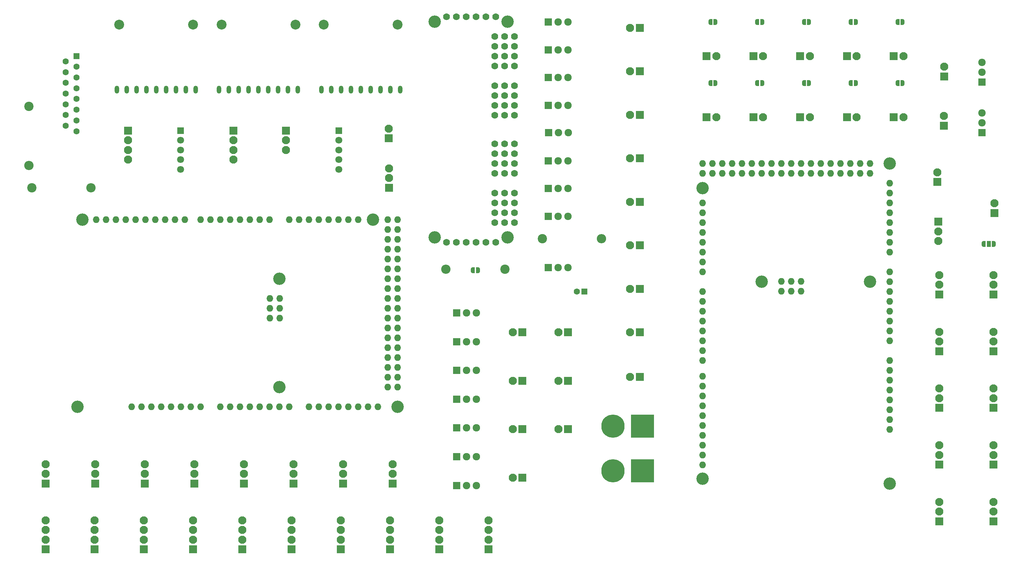
<source format=gbr>
%TF.GenerationSoftware,KiCad,Pcbnew,(6.0.7)*%
%TF.CreationDate,2022-09-16T11:30:14+01:00*%
%TF.ProjectId,SCU rig control,53435520-7269-4672-9063-6f6e74726f6c,rev?*%
%TF.SameCoordinates,Original*%
%TF.FileFunction,Soldermask,Top*%
%TF.FilePolarity,Negative*%
%FSLAX46Y46*%
G04 Gerber Fmt 4.6, Leading zero omitted, Abs format (unit mm)*
G04 Created by KiCad (PCBNEW (6.0.7)) date 2022-09-16 11:30:14*
%MOMM*%
%LPD*%
G01*
G04 APERTURE LIST*
G04 Aperture macros list*
%AMFreePoly0*
4,1,22,0.500000,-0.750000,0.000000,-0.750000,0.000000,-0.745033,-0.079941,-0.743568,-0.215256,-0.701293,-0.333266,-0.622738,-0.424486,-0.514219,-0.481581,-0.384460,-0.499164,-0.250000,-0.500000,-0.250000,-0.500000,0.250000,-0.499164,0.250000,-0.499963,0.256109,-0.478152,0.396186,-0.417904,0.524511,-0.324060,0.630769,-0.204165,0.706417,-0.067858,0.745374,0.000000,0.744959,0.000000,0.750000,
0.500000,0.750000,0.500000,-0.750000,0.500000,-0.750000,$1*%
%AMFreePoly1*
4,1,20,0.000000,0.744959,0.073905,0.744508,0.209726,0.703889,0.328688,0.626782,0.421226,0.519385,0.479903,0.390333,0.500000,0.250000,0.500000,-0.250000,0.499851,-0.262216,0.476331,-0.402017,0.414519,-0.529596,0.319384,-0.634700,0.198574,-0.708877,0.061801,-0.746166,0.000000,-0.745033,0.000000,-0.750000,-0.500000,-0.750000,-0.500000,0.750000,0.000000,0.750000,0.000000,0.744959,
0.000000,0.744959,$1*%
%AMFreePoly2*
4,1,22,0.550000,-0.750000,0.000000,-0.750000,0.000000,-0.745033,-0.079941,-0.743568,-0.215256,-0.701293,-0.333266,-0.622738,-0.424486,-0.514219,-0.481581,-0.384460,-0.499164,-0.250000,-0.500000,-0.250000,-0.500000,0.250000,-0.499164,0.250000,-0.499963,0.256109,-0.478152,0.396186,-0.417904,0.524511,-0.324060,0.630769,-0.204165,0.706417,-0.067858,0.745374,0.000000,0.744959,0.000000,0.750000,
0.550000,0.750000,0.550000,-0.750000,0.550000,-0.750000,$1*%
%AMFreePoly3*
4,1,20,0.000000,0.744959,0.073905,0.744508,0.209726,0.703889,0.328688,0.626782,0.421226,0.519385,0.479903,0.390333,0.500000,0.250000,0.500000,-0.250000,0.499851,-0.262216,0.476331,-0.402017,0.414519,-0.529596,0.319384,-0.634700,0.198574,-0.708877,0.061801,-0.746166,0.000000,-0.745033,0.000000,-0.750000,-0.550000,-0.750000,-0.550000,0.750000,0.000000,0.750000,0.000000,0.744959,
0.000000,0.744959,$1*%
G04 Aperture macros list end*
%ADD10C,2.540000*%
%ADD11O,1.200000X2.000000*%
%ADD12R,2.100000X2.100000*%
%ADD13C,2.100000*%
%ADD14R,5.999480X5.999480*%
%ADD15C,5.999480*%
%ADD16R,1.800000X1.800000*%
%ADD17C,1.800000*%
%ADD18R,1.600000X1.600000*%
%ADD19C,1.600000*%
%ADD20C,3.200000*%
%ADD21O,1.727200X1.727200*%
%ADD22R,1.920000X1.920000*%
%ADD23C,1.920000*%
%ADD24C,2.400000*%
%ADD25O,2.400000X2.400000*%
%ADD26C,1.778000*%
%ADD27FreePoly0,180.000000*%
%ADD28FreePoly1,180.000000*%
%ADD29FreePoly0,0.000000*%
%ADD30FreePoly1,0.000000*%
%ADD31FreePoly2,180.000000*%
%ADD32R,1.000000X1.500000*%
%ADD33FreePoly3,180.000000*%
G04 APERTURE END LIST*
D10*
X116090000Y-19696000D03*
X97040000Y-19696000D03*
D11*
X96405000Y-36460000D03*
X98945000Y-36460000D03*
X101485000Y-36460000D03*
X104025000Y-36460000D03*
X106565000Y-36460000D03*
X109105000Y-36460000D03*
X111645000Y-36460000D03*
X114185000Y-36460000D03*
X116725000Y-36460000D03*
D10*
X89715000Y-19696000D03*
X70665000Y-19696000D03*
D11*
X70030000Y-36460000D03*
X72570000Y-36460000D03*
X75110000Y-36460000D03*
X77650000Y-36460000D03*
X80190000Y-36460000D03*
X82730000Y-36460000D03*
X85270000Y-36460000D03*
X87810000Y-36460000D03*
X90350000Y-36460000D03*
D10*
X63340000Y-19696000D03*
X44290000Y-19696000D03*
D11*
X43655000Y-36460000D03*
X46195000Y-36460000D03*
X48735000Y-36460000D03*
X51275000Y-36460000D03*
X53815000Y-36460000D03*
X56355000Y-36460000D03*
X58895000Y-36460000D03*
X61435000Y-36460000D03*
X63975000Y-36460000D03*
D12*
X46500000Y-47000000D03*
D13*
X46500000Y-49500000D03*
X46500000Y-52000000D03*
X46500000Y-54500000D03*
D12*
X25250000Y-155000000D03*
D13*
X25250000Y-152500000D03*
X25250000Y-150000000D03*
X25250000Y-147500000D03*
D12*
X50638900Y-155000000D03*
D13*
X50638900Y-152500000D03*
X50638900Y-150000000D03*
X50638900Y-147500000D03*
D12*
X76027800Y-155000000D03*
D13*
X76027800Y-152500000D03*
X76027800Y-150000000D03*
X76027800Y-147500000D03*
D12*
X101417000Y-155000000D03*
D13*
X101417000Y-152500000D03*
X101417000Y-150000000D03*
X101417000Y-147500000D03*
D12*
X126806000Y-155000000D03*
D13*
X126806000Y-152500000D03*
X126806000Y-150000000D03*
X126806000Y-147500000D03*
D12*
X25250000Y-138000000D03*
D13*
X25250000Y-135500000D03*
X25250000Y-133000000D03*
D12*
X50821400Y-138000000D03*
D13*
X50821400Y-135500000D03*
X50821400Y-133000000D03*
D12*
X76392900Y-138000000D03*
D13*
X76392900Y-135500000D03*
X76392900Y-133000000D03*
D12*
X101964000Y-138000000D03*
D13*
X101964000Y-135500000D03*
X101964000Y-133000000D03*
D12*
X113750000Y-49000000D03*
D13*
X113750000Y-46500000D03*
D14*
X179250000Y-134750000D03*
D15*
X171630000Y-134750000D03*
D14*
X179250000Y-123250000D03*
D15*
X171630000Y-123250000D03*
D12*
X37944400Y-155000000D03*
D13*
X37944400Y-152500000D03*
X37944400Y-150000000D03*
X37944400Y-147500000D03*
D12*
X63333300Y-155000000D03*
D13*
X63333300Y-152500000D03*
X63333300Y-150000000D03*
X63333300Y-147500000D03*
D12*
X88722200Y-155000000D03*
D13*
X88722200Y-152500000D03*
X88722200Y-150000000D03*
X88722200Y-147500000D03*
D12*
X114111000Y-155000000D03*
D13*
X114111000Y-152500000D03*
X114111000Y-150000000D03*
X114111000Y-147500000D03*
D12*
X139500000Y-155000000D03*
D13*
X139500000Y-152500000D03*
X139500000Y-150000000D03*
X139500000Y-147500000D03*
D12*
X38035700Y-138000000D03*
D13*
X38035700Y-135500000D03*
X38035700Y-133000000D03*
D12*
X63607100Y-138000000D03*
D13*
X63607100Y-135500000D03*
X63607100Y-133000000D03*
D12*
X89178600Y-138000000D03*
D13*
X89178600Y-135500000D03*
X89178600Y-133000000D03*
D12*
X114750000Y-138000000D03*
D13*
X114750000Y-135500000D03*
X114750000Y-133000000D03*
D16*
X60075000Y-47000000D03*
D17*
X60075000Y-49500000D03*
X60075000Y-52000000D03*
X60075000Y-54500000D03*
X60075000Y-57000000D03*
D16*
X100875000Y-47000000D03*
D17*
X100875000Y-49500000D03*
X100875000Y-52000000D03*
X100875000Y-54500000D03*
X100875000Y-57000000D03*
D12*
X87300000Y-47000000D03*
D13*
X87300000Y-49500000D03*
X87300000Y-52000000D03*
D12*
X73700000Y-47000000D03*
D13*
X73700000Y-49500000D03*
X73700000Y-52000000D03*
X73700000Y-54500000D03*
D18*
X33250000Y-27750000D03*
D19*
X33250000Y-30520000D03*
X33250000Y-33290000D03*
X33250000Y-36060000D03*
X33250000Y-38830000D03*
X33250000Y-41600000D03*
X33250000Y-44370000D03*
X33250000Y-47140000D03*
X30410000Y-29135000D03*
X30410000Y-31905000D03*
X30410000Y-34675000D03*
X30410000Y-37445000D03*
X30410000Y-40215000D03*
X30410000Y-42985000D03*
X30410000Y-45755000D03*
D12*
X148250000Y-111500000D03*
D13*
X145750000Y-111500000D03*
D12*
X148250000Y-99000000D03*
D13*
X145750000Y-99000000D03*
D12*
X178500000Y-99003900D03*
D13*
X176000000Y-99003900D03*
D12*
X160000000Y-99000000D03*
D13*
X157500000Y-99000000D03*
D12*
X148250000Y-136500000D03*
D13*
X145750000Y-136500000D03*
D12*
X148250000Y-124000000D03*
D13*
X145750000Y-124000000D03*
D12*
X160000000Y-111500000D03*
D13*
X157500000Y-111500000D03*
D12*
X160000000Y-124000000D03*
D13*
X157500000Y-124000000D03*
D12*
X178500000Y-20500000D03*
D13*
X176000000Y-20500000D03*
D12*
X178500000Y-54144500D03*
D13*
X176000000Y-54144500D03*
D12*
X178500000Y-87789100D03*
D13*
X176000000Y-87789100D03*
D12*
X178500000Y-31714800D03*
D13*
X176000000Y-31714800D03*
D12*
X178500000Y-65359400D03*
D13*
X176000000Y-65359400D03*
D12*
X178500000Y-110500000D03*
D13*
X176000000Y-110500000D03*
D12*
X178500000Y-42929700D03*
D13*
X176000000Y-42929700D03*
D12*
X178500000Y-76574200D03*
D13*
X176000000Y-76574200D03*
D20*
X109670000Y-69950000D03*
X33470000Y-118210000D03*
X85540000Y-85190000D03*
D21*
X47440000Y-118210000D03*
D20*
X85540000Y-113130000D03*
X116020000Y-118210000D03*
X34740000Y-69950000D03*
D21*
X55060000Y-118210000D03*
X57600000Y-118210000D03*
X85667000Y-90270000D03*
X113480000Y-69950000D03*
X116020000Y-69950000D03*
X70300000Y-118210000D03*
X72840000Y-118210000D03*
X75380000Y-118210000D03*
X77920000Y-118210000D03*
X80460000Y-118210000D03*
X83000000Y-118210000D03*
X85540000Y-118210000D03*
X88080000Y-118210000D03*
X93160000Y-118210000D03*
X95700000Y-118210000D03*
X98240000Y-118210000D03*
X100780000Y-118210000D03*
X103320000Y-118210000D03*
X105860000Y-118210000D03*
X108400000Y-118210000D03*
X110940000Y-118210000D03*
X43376000Y-69950000D03*
X83000000Y-69950000D03*
X80460000Y-69950000D03*
X77920000Y-69950000D03*
X75380000Y-69950000D03*
X72840000Y-69950000D03*
X70300000Y-69950000D03*
X67760000Y-69950000D03*
X65220000Y-69950000D03*
X61156000Y-69950000D03*
X58616000Y-69950000D03*
X56076000Y-69950000D03*
X53536000Y-69950000D03*
X50996000Y-69950000D03*
X48456000Y-69950000D03*
X88080000Y-69950000D03*
X90620000Y-69950000D03*
X93160000Y-69950000D03*
X95700000Y-69950000D03*
X98240000Y-69950000D03*
X100780000Y-69950000D03*
X103320000Y-69950000D03*
X105860000Y-69950000D03*
X113480000Y-72490000D03*
X116020000Y-72490000D03*
X113480000Y-75030000D03*
X116020000Y-75030000D03*
X113480000Y-77570000D03*
X116020000Y-77570000D03*
X113480000Y-80110000D03*
X116020000Y-80110000D03*
X113480000Y-82650000D03*
X116020000Y-82650000D03*
X113480000Y-85190000D03*
X116020000Y-85190000D03*
X113480000Y-87730000D03*
X116020000Y-87730000D03*
X113480000Y-90270000D03*
X116020000Y-90270000D03*
X113480000Y-92810000D03*
X116020000Y-92810000D03*
X113480000Y-95350000D03*
X116020000Y-95350000D03*
X113480000Y-97890000D03*
X116020000Y-97890000D03*
X113480000Y-100430000D03*
X116020000Y-100430000D03*
X113480000Y-102970000D03*
X116020000Y-102970000D03*
X113480000Y-105510000D03*
X116020000Y-105510000D03*
X113480000Y-108050000D03*
X116020000Y-108050000D03*
X113480000Y-110590000D03*
X116020000Y-110590000D03*
X45916000Y-69950000D03*
X60140000Y-118210000D03*
X62680000Y-118210000D03*
X85667000Y-95350000D03*
X113480000Y-113130000D03*
X116020000Y-113130000D03*
X49980000Y-118210000D03*
X83127000Y-90270000D03*
X85667000Y-92810000D03*
X52520000Y-118210000D03*
X83127000Y-95350000D03*
X83127000Y-92810000D03*
X38296000Y-69950000D03*
X40836000Y-69950000D03*
X65220000Y-118210000D03*
D22*
X131250000Y-116250000D03*
D23*
X133790000Y-116250000D03*
X136330000Y-116250000D03*
D22*
X131250000Y-94000000D03*
D23*
X133790000Y-94000000D03*
X136330000Y-94000000D03*
D22*
X154920000Y-69096700D03*
D23*
X157460000Y-69096700D03*
X160000000Y-69096700D03*
D22*
X131250000Y-101417000D03*
D23*
X133790000Y-101417000D03*
X136330000Y-101417000D03*
D22*
X131250000Y-138500000D03*
D23*
X133790000Y-138500000D03*
X136330000Y-138500000D03*
D22*
X131250000Y-131083000D03*
D23*
X133790000Y-131083000D03*
X136330000Y-131083000D03*
D22*
X131250000Y-108833000D03*
D23*
X133790000Y-108833000D03*
X136330000Y-108833000D03*
D22*
X131250000Y-123667000D03*
D23*
X133790000Y-123667000D03*
X136330000Y-123667000D03*
D22*
X154920000Y-19000000D03*
D23*
X157460000Y-19000000D03*
X160000000Y-19000000D03*
D22*
X154920000Y-40470000D03*
D23*
X157460000Y-40470000D03*
X160000000Y-40470000D03*
D22*
X154920000Y-61940000D03*
D23*
X157460000Y-61940000D03*
X160000000Y-61940000D03*
D22*
X154920000Y-26156700D03*
D23*
X157460000Y-26156700D03*
X160000000Y-26156700D03*
D22*
X155000000Y-47500000D03*
D23*
X157540000Y-47500000D03*
X160080000Y-47500000D03*
D22*
X154920000Y-82320000D03*
D23*
X157460000Y-82320000D03*
X160000000Y-82320000D03*
D22*
X154920000Y-33313300D03*
D23*
X157460000Y-33313300D03*
X160000000Y-33313300D03*
D22*
X154920000Y-54783300D03*
D23*
X157460000Y-54783300D03*
X160000000Y-54783300D03*
D24*
X21750000Y-61750000D03*
D25*
X36990000Y-61750000D03*
D24*
X21000000Y-40750000D03*
D25*
X21000000Y-55990000D03*
D24*
X153390000Y-74858300D03*
D25*
X168630000Y-74858300D03*
D26*
X141096000Y-70753000D03*
X141096000Y-68213000D03*
X141096000Y-65673000D03*
X141096000Y-63133000D03*
X141096000Y-58053000D03*
X141096000Y-55513000D03*
X141096000Y-52973000D03*
X141096000Y-50433000D03*
X141096000Y-43067000D03*
X141096000Y-40527000D03*
X141096000Y-37987000D03*
X141096000Y-35447000D03*
X141096000Y-30367000D03*
X141096000Y-27827000D03*
X141096000Y-25287000D03*
X141096000Y-22747000D03*
X128650000Y-75833000D03*
X128650000Y-17667000D03*
X146176000Y-70753000D03*
X146176000Y-68213000D03*
X146176000Y-65673000D03*
X146176000Y-63133000D03*
X146176000Y-58053000D03*
X146176000Y-55513000D03*
X146176000Y-52973000D03*
X146176000Y-50433000D03*
X146176000Y-43067000D03*
X146176000Y-40527000D03*
X146176000Y-37987000D03*
X146176000Y-35447000D03*
X146176000Y-30367000D03*
X146176000Y-27827000D03*
X146176000Y-25287000D03*
X146176000Y-22747000D03*
X131190000Y-75833000D03*
X131190000Y-17667000D03*
D20*
X125602000Y-74563000D03*
X125602000Y-18937000D03*
X144398000Y-74563000D03*
X144398000Y-18937000D03*
D26*
X133730000Y-75833000D03*
X133730000Y-17667000D03*
X136270000Y-75833000D03*
X136270000Y-17667000D03*
X141350000Y-75833000D03*
X141350000Y-17667000D03*
X143636000Y-70753000D03*
X143636000Y-68213000D03*
X143636000Y-65673000D03*
X143636000Y-63133000D03*
X143636000Y-58053000D03*
X143636000Y-55513000D03*
X143636000Y-52973000D03*
X143636000Y-50433000D03*
X143636000Y-43067000D03*
X143636000Y-40527000D03*
X143636000Y-37987000D03*
X143636000Y-35447000D03*
X143636000Y-30367000D03*
X143636000Y-27827000D03*
X143636000Y-25287000D03*
X143636000Y-22747000D03*
X138810000Y-75833000D03*
X138810000Y-17667000D03*
D18*
X164250000Y-88500000D03*
D19*
X162250000Y-88500000D03*
D12*
X255750000Y-147750000D03*
D13*
X255750000Y-145250000D03*
X255750000Y-142750000D03*
D12*
X255750000Y-133125000D03*
D13*
X255750000Y-130625000D03*
X255750000Y-128125000D03*
D12*
X255750000Y-118500000D03*
D13*
X255750000Y-116000000D03*
X255750000Y-113500000D03*
D12*
X255750000Y-103875000D03*
D13*
X255750000Y-101375000D03*
X255750000Y-98875000D03*
D12*
X255750000Y-89250000D03*
D13*
X255750000Y-86750000D03*
X255750000Y-84250000D03*
D12*
X244000000Y-43500000D03*
D13*
X246500000Y-43500000D03*
D12*
X244000000Y-27750000D03*
D13*
X246500000Y-27750000D03*
D12*
X231937500Y-43500000D03*
D13*
X234437500Y-43500000D03*
D12*
X231937500Y-27750000D03*
D13*
X234437500Y-27750000D03*
D12*
X219875000Y-43500000D03*
D13*
X222375000Y-43500000D03*
D12*
X219875000Y-27750000D03*
D13*
X222375000Y-27750000D03*
D12*
X207812500Y-43500000D03*
D13*
X210312500Y-43500000D03*
D12*
X207812500Y-27750000D03*
D13*
X210312500Y-27750000D03*
D12*
X195750000Y-43500000D03*
D13*
X198250000Y-43500000D03*
D12*
X195750000Y-27750000D03*
D13*
X198250000Y-27750000D03*
D12*
X269750000Y-147750000D03*
D13*
X269750000Y-145250000D03*
X269750000Y-142750000D03*
D12*
X269750000Y-133125000D03*
D13*
X269750000Y-130625000D03*
X269750000Y-128125000D03*
D12*
X269750000Y-118500000D03*
D13*
X269750000Y-116000000D03*
X269750000Y-113500000D03*
D12*
X269750000Y-103875000D03*
D13*
X269750000Y-101375000D03*
X269750000Y-98875000D03*
D12*
X269750000Y-89250000D03*
D13*
X269750000Y-86750000D03*
X269750000Y-84250000D03*
D12*
X255500000Y-70500000D03*
D13*
X255500000Y-73000000D03*
X255500000Y-75500000D03*
D12*
X257000000Y-33000000D03*
D13*
X257000000Y-30500000D03*
D12*
X256960000Y-45725000D03*
D13*
X256960000Y-43225000D03*
D27*
X246275000Y-34750000D03*
D28*
X244975000Y-34750000D03*
D27*
X246275000Y-19000000D03*
D28*
X244975000Y-19000000D03*
D27*
X234212500Y-34750000D03*
D28*
X232912500Y-34750000D03*
D27*
X234212500Y-19000000D03*
D28*
X232912500Y-19000000D03*
D27*
X222150000Y-34750000D03*
D28*
X220850000Y-34750000D03*
D27*
X222150000Y-19000000D03*
D28*
X220850000Y-19000000D03*
D27*
X210087500Y-34750000D03*
D28*
X208787500Y-34750000D03*
D27*
X210087500Y-19000000D03*
D28*
X208787500Y-19000000D03*
D27*
X198025000Y-34750000D03*
D28*
X196725000Y-34750000D03*
D27*
X198025000Y-19000000D03*
D28*
X196725000Y-19000000D03*
D22*
X266750000Y-34500000D03*
D23*
X266750000Y-31960000D03*
X266750000Y-29420000D03*
D22*
X266750000Y-47500000D03*
D23*
X266750000Y-44960000D03*
X266750000Y-42420000D03*
D20*
X209940000Y-85960000D03*
D21*
X242960000Y-124060000D03*
D20*
X237880000Y-85960000D03*
X242960000Y-55480000D03*
X194700000Y-61830000D03*
X242960000Y-138030000D03*
X194700000Y-136760000D03*
D21*
X242960000Y-116440000D03*
X242960000Y-113900000D03*
X215020000Y-85833000D03*
X194700000Y-58020000D03*
X194700000Y-55480000D03*
X242960000Y-101200000D03*
X242960000Y-98660000D03*
X242960000Y-96120000D03*
X242960000Y-93580000D03*
X242960000Y-91040000D03*
X242960000Y-88500000D03*
X242960000Y-85960000D03*
X242960000Y-83420000D03*
X242960000Y-78340000D03*
X242960000Y-75800000D03*
X242960000Y-73260000D03*
X242960000Y-70720000D03*
X242960000Y-68180000D03*
X242960000Y-65640000D03*
X242960000Y-63100000D03*
X242960000Y-60560000D03*
X194700000Y-128124000D03*
X194700000Y-88500000D03*
X194700000Y-91040000D03*
X194700000Y-93580000D03*
X194700000Y-96120000D03*
X194700000Y-98660000D03*
X194700000Y-101200000D03*
X194700000Y-103740000D03*
X194700000Y-106280000D03*
X194700000Y-110344000D03*
X194700000Y-112884000D03*
X194700000Y-115424000D03*
X194700000Y-117964000D03*
X194700000Y-120504000D03*
X194700000Y-123044000D03*
X194700000Y-83420000D03*
X194700000Y-80880000D03*
X194700000Y-78340000D03*
X194700000Y-75800000D03*
X194700000Y-73260000D03*
X194700000Y-70720000D03*
X194700000Y-68180000D03*
X194700000Y-65640000D03*
X197240000Y-58020000D03*
X197240000Y-55480000D03*
X199780000Y-58020000D03*
X199780000Y-55480000D03*
X202320000Y-58020000D03*
X202320000Y-55480000D03*
X204860000Y-58020000D03*
X204860000Y-55480000D03*
X207400000Y-58020000D03*
X207400000Y-55480000D03*
X209940000Y-58020000D03*
X209940000Y-55480000D03*
X212480000Y-58020000D03*
X212480000Y-55480000D03*
X215020000Y-58020000D03*
X215020000Y-55480000D03*
X217560000Y-58020000D03*
X217560000Y-55480000D03*
X220100000Y-58020000D03*
X220100000Y-55480000D03*
X222640000Y-58020000D03*
X222640000Y-55480000D03*
X225180000Y-58020000D03*
X225180000Y-55480000D03*
X227720000Y-58020000D03*
X227720000Y-55480000D03*
X230260000Y-58020000D03*
X230260000Y-55480000D03*
X232800000Y-58020000D03*
X232800000Y-55480000D03*
X235340000Y-58020000D03*
X235340000Y-55480000D03*
X194700000Y-125584000D03*
X242960000Y-111360000D03*
X242960000Y-108820000D03*
X220100000Y-85833000D03*
X237880000Y-58020000D03*
X237880000Y-55480000D03*
X242960000Y-121520000D03*
X215020000Y-88373000D03*
X217560000Y-85833000D03*
X242960000Y-118980000D03*
X220100000Y-88373000D03*
X217560000Y-88373000D03*
X194700000Y-133204000D03*
X194700000Y-130664000D03*
X242960000Y-106280000D03*
D12*
X255250000Y-60250000D03*
D13*
X255250000Y-57750000D03*
D12*
X270000000Y-68250000D03*
D13*
X270000000Y-65750000D03*
D12*
X113825000Y-61725000D03*
D13*
X113825000Y-59225000D03*
X113825000Y-56725000D03*
D29*
X135480000Y-83000000D03*
D30*
X136780000Y-83000000D03*
D31*
X269800000Y-76250000D03*
D32*
X268500000Y-76250000D03*
D33*
X267200000Y-76250000D03*
D24*
X143750000Y-82750000D03*
D25*
X128510000Y-82750000D03*
M02*

</source>
